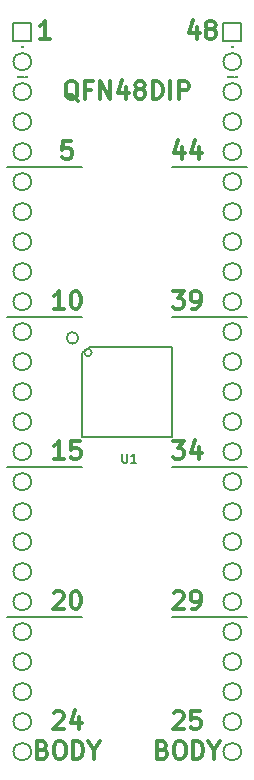
<source format=gto>
G04 (created by PCBNEW (2013-03-31 BZR 4008)-stable) date 8/2/2013 1:38:20 PM*
%MOIN*%
G04 Gerber Fmt 3.4, Leading zero omitted, Abs format*
%FSLAX34Y34*%
G01*
G70*
G90*
G04 APERTURE LIST*
%ADD10C,0.006*%
%ADD11C,0.011811*%
%ADD12C,0.00787402*%
%ADD13C,0.00590551*%
%ADD14C,0.005*%
%ADD15C,3.93701e-006*%
G04 APERTURE END LIST*
G54D10*
G54D11*
X12918Y-9239D02*
X12581Y-9239D01*
X12750Y-9239D02*
X12750Y-8648D01*
X12693Y-8732D01*
X12637Y-8789D01*
X12581Y-8817D01*
X17831Y-8845D02*
X17831Y-9239D01*
X17690Y-8620D02*
X17550Y-9042D01*
X17915Y-9042D01*
X18224Y-8901D02*
X18168Y-8873D01*
X18140Y-8845D01*
X18112Y-8789D01*
X18112Y-8760D01*
X18140Y-8704D01*
X18168Y-8676D01*
X18224Y-8648D01*
X18337Y-8648D01*
X18393Y-8676D01*
X18421Y-8704D01*
X18449Y-8760D01*
X18449Y-8789D01*
X18421Y-8845D01*
X18393Y-8873D01*
X18337Y-8901D01*
X18224Y-8901D01*
X18168Y-8929D01*
X18140Y-8957D01*
X18112Y-9014D01*
X18112Y-9126D01*
X18140Y-9182D01*
X18168Y-9210D01*
X18224Y-9239D01*
X18337Y-9239D01*
X18393Y-9210D01*
X18421Y-9182D01*
X18449Y-9126D01*
X18449Y-9014D01*
X18421Y-8957D01*
X18393Y-8929D01*
X18337Y-8901D01*
X17331Y-12845D02*
X17331Y-13239D01*
X17190Y-12620D02*
X17050Y-13042D01*
X17415Y-13042D01*
X17893Y-12845D02*
X17893Y-13239D01*
X17753Y-12620D02*
X17612Y-13042D01*
X17978Y-13042D01*
X17021Y-17648D02*
X17387Y-17648D01*
X17190Y-17873D01*
X17275Y-17873D01*
X17331Y-17901D01*
X17359Y-17929D01*
X17387Y-17985D01*
X17387Y-18126D01*
X17359Y-18182D01*
X17331Y-18210D01*
X17275Y-18239D01*
X17106Y-18239D01*
X17050Y-18210D01*
X17021Y-18182D01*
X17668Y-18239D02*
X17781Y-18239D01*
X17837Y-18210D01*
X17865Y-18182D01*
X17921Y-18098D01*
X17949Y-17985D01*
X17949Y-17760D01*
X17921Y-17704D01*
X17893Y-17676D01*
X17837Y-17648D01*
X17724Y-17648D01*
X17668Y-17676D01*
X17640Y-17704D01*
X17612Y-17760D01*
X17612Y-17901D01*
X17640Y-17957D01*
X17668Y-17985D01*
X17724Y-18014D01*
X17837Y-18014D01*
X17893Y-17985D01*
X17921Y-17957D01*
X17949Y-17901D01*
X17021Y-22648D02*
X17387Y-22648D01*
X17190Y-22873D01*
X17275Y-22873D01*
X17331Y-22901D01*
X17359Y-22929D01*
X17387Y-22985D01*
X17387Y-23126D01*
X17359Y-23182D01*
X17331Y-23210D01*
X17275Y-23239D01*
X17106Y-23239D01*
X17050Y-23210D01*
X17021Y-23182D01*
X17893Y-22845D02*
X17893Y-23239D01*
X17753Y-22620D02*
X17612Y-23042D01*
X17978Y-23042D01*
X17050Y-27704D02*
X17078Y-27676D01*
X17134Y-27648D01*
X17275Y-27648D01*
X17331Y-27676D01*
X17359Y-27704D01*
X17387Y-27760D01*
X17387Y-27817D01*
X17359Y-27901D01*
X17021Y-28239D01*
X17387Y-28239D01*
X17668Y-28239D02*
X17781Y-28239D01*
X17837Y-28210D01*
X17865Y-28182D01*
X17921Y-28098D01*
X17949Y-27985D01*
X17949Y-27760D01*
X17921Y-27704D01*
X17893Y-27676D01*
X17837Y-27648D01*
X17724Y-27648D01*
X17668Y-27676D01*
X17640Y-27704D01*
X17612Y-27760D01*
X17612Y-27901D01*
X17640Y-27957D01*
X17668Y-27985D01*
X17724Y-28014D01*
X17837Y-28014D01*
X17893Y-27985D01*
X17921Y-27957D01*
X17949Y-27901D01*
X17050Y-31704D02*
X17078Y-31676D01*
X17134Y-31648D01*
X17275Y-31648D01*
X17331Y-31676D01*
X17359Y-31704D01*
X17387Y-31760D01*
X17387Y-31817D01*
X17359Y-31901D01*
X17021Y-32239D01*
X17387Y-32239D01*
X17921Y-31648D02*
X17640Y-31648D01*
X17612Y-31929D01*
X17640Y-31901D01*
X17696Y-31873D01*
X17837Y-31873D01*
X17893Y-31901D01*
X17921Y-31929D01*
X17949Y-31985D01*
X17949Y-32126D01*
X17921Y-32182D01*
X17893Y-32210D01*
X17837Y-32239D01*
X17696Y-32239D01*
X17640Y-32210D01*
X17612Y-32182D01*
X16684Y-32929D02*
X16768Y-32957D01*
X16796Y-32985D01*
X16825Y-33042D01*
X16825Y-33126D01*
X16796Y-33182D01*
X16768Y-33210D01*
X16712Y-33239D01*
X16487Y-33239D01*
X16487Y-32648D01*
X16684Y-32648D01*
X16740Y-32676D01*
X16768Y-32704D01*
X16796Y-32760D01*
X16796Y-32817D01*
X16768Y-32873D01*
X16740Y-32901D01*
X16684Y-32929D01*
X16487Y-32929D01*
X17190Y-32648D02*
X17303Y-32648D01*
X17359Y-32676D01*
X17415Y-32732D01*
X17443Y-32845D01*
X17443Y-33042D01*
X17415Y-33154D01*
X17359Y-33210D01*
X17303Y-33239D01*
X17190Y-33239D01*
X17134Y-33210D01*
X17078Y-33154D01*
X17050Y-33042D01*
X17050Y-32845D01*
X17078Y-32732D01*
X17134Y-32676D01*
X17190Y-32648D01*
X17696Y-33239D02*
X17696Y-32648D01*
X17837Y-32648D01*
X17921Y-32676D01*
X17978Y-32732D01*
X18006Y-32789D01*
X18034Y-32901D01*
X18034Y-32985D01*
X18006Y-33098D01*
X17978Y-33154D01*
X17921Y-33210D01*
X17837Y-33239D01*
X17696Y-33239D01*
X18399Y-32957D02*
X18399Y-33239D01*
X18203Y-32648D02*
X18399Y-32957D01*
X18596Y-32648D01*
X12684Y-32929D02*
X12768Y-32957D01*
X12796Y-32985D01*
X12825Y-33042D01*
X12825Y-33126D01*
X12796Y-33182D01*
X12768Y-33210D01*
X12712Y-33239D01*
X12487Y-33239D01*
X12487Y-32648D01*
X12684Y-32648D01*
X12740Y-32676D01*
X12768Y-32704D01*
X12796Y-32760D01*
X12796Y-32817D01*
X12768Y-32873D01*
X12740Y-32901D01*
X12684Y-32929D01*
X12487Y-32929D01*
X13190Y-32648D02*
X13303Y-32648D01*
X13359Y-32676D01*
X13415Y-32732D01*
X13443Y-32845D01*
X13443Y-33042D01*
X13415Y-33154D01*
X13359Y-33210D01*
X13303Y-33239D01*
X13190Y-33239D01*
X13134Y-33210D01*
X13078Y-33154D01*
X13050Y-33042D01*
X13050Y-32845D01*
X13078Y-32732D01*
X13134Y-32676D01*
X13190Y-32648D01*
X13696Y-33239D02*
X13696Y-32648D01*
X13837Y-32648D01*
X13921Y-32676D01*
X13978Y-32732D01*
X14006Y-32789D01*
X14034Y-32901D01*
X14034Y-32985D01*
X14006Y-33098D01*
X13978Y-33154D01*
X13921Y-33210D01*
X13837Y-33239D01*
X13696Y-33239D01*
X14399Y-32957D02*
X14399Y-33239D01*
X14203Y-32648D02*
X14399Y-32957D01*
X14596Y-32648D01*
X13050Y-31704D02*
X13078Y-31676D01*
X13134Y-31648D01*
X13275Y-31648D01*
X13331Y-31676D01*
X13359Y-31704D01*
X13387Y-31760D01*
X13387Y-31817D01*
X13359Y-31901D01*
X13021Y-32239D01*
X13387Y-32239D01*
X13893Y-31845D02*
X13893Y-32239D01*
X13753Y-31620D02*
X13612Y-32042D01*
X13978Y-32042D01*
X13050Y-27704D02*
X13078Y-27676D01*
X13134Y-27648D01*
X13275Y-27648D01*
X13331Y-27676D01*
X13359Y-27704D01*
X13387Y-27760D01*
X13387Y-27817D01*
X13359Y-27901D01*
X13021Y-28239D01*
X13387Y-28239D01*
X13753Y-27648D02*
X13809Y-27648D01*
X13865Y-27676D01*
X13893Y-27704D01*
X13921Y-27760D01*
X13949Y-27873D01*
X13949Y-28014D01*
X13921Y-28126D01*
X13893Y-28182D01*
X13865Y-28210D01*
X13809Y-28239D01*
X13753Y-28239D01*
X13696Y-28210D01*
X13668Y-28182D01*
X13640Y-28126D01*
X13612Y-28014D01*
X13612Y-27873D01*
X13640Y-27760D01*
X13668Y-27704D01*
X13696Y-27676D01*
X13753Y-27648D01*
X13387Y-23239D02*
X13050Y-23239D01*
X13218Y-23239D02*
X13218Y-22648D01*
X13162Y-22732D01*
X13106Y-22789D01*
X13050Y-22817D01*
X13921Y-22648D02*
X13640Y-22648D01*
X13612Y-22929D01*
X13640Y-22901D01*
X13696Y-22873D01*
X13837Y-22873D01*
X13893Y-22901D01*
X13921Y-22929D01*
X13949Y-22985D01*
X13949Y-23126D01*
X13921Y-23182D01*
X13893Y-23210D01*
X13837Y-23239D01*
X13696Y-23239D01*
X13640Y-23210D01*
X13612Y-23182D01*
X13387Y-18239D02*
X13050Y-18239D01*
X13218Y-18239D02*
X13218Y-17648D01*
X13162Y-17732D01*
X13106Y-17789D01*
X13050Y-17817D01*
X13753Y-17648D02*
X13809Y-17648D01*
X13865Y-17676D01*
X13893Y-17704D01*
X13921Y-17760D01*
X13949Y-17873D01*
X13949Y-18014D01*
X13921Y-18126D01*
X13893Y-18182D01*
X13865Y-18210D01*
X13809Y-18239D01*
X13753Y-18239D01*
X13696Y-18210D01*
X13668Y-18182D01*
X13640Y-18126D01*
X13612Y-18014D01*
X13612Y-17873D01*
X13640Y-17760D01*
X13668Y-17704D01*
X13696Y-17676D01*
X13753Y-17648D01*
X13640Y-12648D02*
X13359Y-12648D01*
X13331Y-12929D01*
X13359Y-12901D01*
X13415Y-12873D01*
X13556Y-12873D01*
X13612Y-12901D01*
X13640Y-12929D01*
X13668Y-12985D01*
X13668Y-13126D01*
X13640Y-13182D01*
X13612Y-13210D01*
X13556Y-13239D01*
X13415Y-13239D01*
X13359Y-13210D01*
X13331Y-13182D01*
X13868Y-11295D02*
X13812Y-11267D01*
X13756Y-11210D01*
X13672Y-11126D01*
X13615Y-11098D01*
X13559Y-11098D01*
X13587Y-11239D02*
X13531Y-11210D01*
X13475Y-11154D01*
X13447Y-11042D01*
X13447Y-10845D01*
X13475Y-10732D01*
X13531Y-10676D01*
X13587Y-10648D01*
X13700Y-10648D01*
X13756Y-10676D01*
X13812Y-10732D01*
X13840Y-10845D01*
X13840Y-11042D01*
X13812Y-11154D01*
X13756Y-11210D01*
X13700Y-11239D01*
X13587Y-11239D01*
X14290Y-10929D02*
X14093Y-10929D01*
X14093Y-11239D02*
X14093Y-10648D01*
X14375Y-10648D01*
X14600Y-11239D02*
X14600Y-10648D01*
X14937Y-11239D01*
X14937Y-10648D01*
X15471Y-10845D02*
X15471Y-11239D01*
X15331Y-10620D02*
X15190Y-11042D01*
X15556Y-11042D01*
X15865Y-10901D02*
X15809Y-10873D01*
X15781Y-10845D01*
X15753Y-10789D01*
X15753Y-10760D01*
X15781Y-10704D01*
X15809Y-10676D01*
X15865Y-10648D01*
X15978Y-10648D01*
X16034Y-10676D01*
X16062Y-10704D01*
X16090Y-10760D01*
X16090Y-10789D01*
X16062Y-10845D01*
X16034Y-10873D01*
X15978Y-10901D01*
X15865Y-10901D01*
X15809Y-10929D01*
X15781Y-10957D01*
X15753Y-11014D01*
X15753Y-11126D01*
X15781Y-11182D01*
X15809Y-11210D01*
X15865Y-11239D01*
X15978Y-11239D01*
X16034Y-11210D01*
X16062Y-11182D01*
X16090Y-11126D01*
X16090Y-11014D01*
X16062Y-10957D01*
X16034Y-10929D01*
X15978Y-10901D01*
X16343Y-11239D02*
X16343Y-10648D01*
X16484Y-10648D01*
X16568Y-10676D01*
X16624Y-10732D01*
X16652Y-10789D01*
X16681Y-10901D01*
X16681Y-10985D01*
X16652Y-11098D01*
X16624Y-11154D01*
X16568Y-11210D01*
X16484Y-11239D01*
X16343Y-11239D01*
X16934Y-11239D02*
X16934Y-10648D01*
X17215Y-11239D02*
X17215Y-10648D01*
X17440Y-10648D01*
X17496Y-10676D01*
X17524Y-10704D01*
X17552Y-10760D01*
X17552Y-10845D01*
X17524Y-10901D01*
X17496Y-10929D01*
X17440Y-10957D01*
X17215Y-10957D01*
G54D12*
X19500Y-13500D02*
X17000Y-13500D01*
X19500Y-18500D02*
X17000Y-18500D01*
X19500Y-23500D02*
X17000Y-23500D01*
X19500Y-28500D02*
X17000Y-28500D01*
X11500Y-28500D02*
X14000Y-28500D01*
X11500Y-23500D02*
X14000Y-23500D01*
X11500Y-18500D02*
X14000Y-18500D01*
X11500Y-13500D02*
X14000Y-13500D01*
G54D13*
X13864Y-19208D02*
G75*
G03X13864Y-19208I-194J0D01*
G74*
G01*
G54D14*
X14350Y-19500D02*
X14250Y-19500D01*
X14250Y-19500D02*
X14000Y-19700D01*
X14000Y-19700D02*
X14000Y-19850D01*
X14350Y-19500D02*
X17000Y-19500D01*
X17000Y-19500D02*
X17000Y-22500D01*
X17000Y-22500D02*
X14000Y-22500D01*
X14000Y-22500D02*
X14000Y-19850D01*
X14314Y-19697D02*
G75*
G03X14314Y-19697I-125J0D01*
G74*
G01*
G54D10*
X11705Y-8705D02*
X11705Y-9294D01*
X12294Y-9294D01*
X12294Y-8705D01*
X11705Y-8705D01*
X12294Y-10000D02*
G75*
G03X12294Y-10000I-294J0D01*
G74*
G01*
X12294Y-11000D02*
G75*
G03X12294Y-11000I-294J0D01*
G74*
G01*
X12294Y-12000D02*
G75*
G03X12294Y-12000I-294J0D01*
G74*
G01*
X12294Y-13000D02*
G75*
G03X12294Y-13000I-294J0D01*
G74*
G01*
X12294Y-14000D02*
G75*
G03X12294Y-14000I-294J0D01*
G74*
G01*
X12294Y-15000D02*
G75*
G03X12294Y-15000I-294J0D01*
G74*
G01*
X12294Y-16000D02*
G75*
G03X12294Y-16000I-294J0D01*
G74*
G01*
X12294Y-17000D02*
G75*
G03X12294Y-17000I-294J0D01*
G74*
G01*
X12294Y-18000D02*
G75*
G03X12294Y-18000I-294J0D01*
G74*
G01*
X12294Y-19000D02*
G75*
G03X12294Y-19000I-294J0D01*
G74*
G01*
X12294Y-20000D02*
G75*
G03X12294Y-20000I-294J0D01*
G74*
G01*
X12294Y-21000D02*
G75*
G03X12294Y-21000I-294J0D01*
G74*
G01*
X12294Y-22000D02*
G75*
G03X12294Y-22000I-294J0D01*
G74*
G01*
X12294Y-23000D02*
G75*
G03X12294Y-23000I-294J0D01*
G74*
G01*
X12294Y-24000D02*
G75*
G03X12294Y-24000I-294J0D01*
G74*
G01*
X12294Y-25000D02*
G75*
G03X12294Y-25000I-294J0D01*
G74*
G01*
X12294Y-26000D02*
G75*
G03X12294Y-26000I-294J0D01*
G74*
G01*
X12294Y-27000D02*
G75*
G03X12294Y-27000I-294J0D01*
G74*
G01*
X12294Y-28000D02*
G75*
G03X12294Y-28000I-294J0D01*
G74*
G01*
X12294Y-29000D02*
G75*
G03X12294Y-29000I-294J0D01*
G74*
G01*
X12294Y-30000D02*
G75*
G03X12294Y-30000I-294J0D01*
G74*
G01*
X12294Y-31000D02*
G75*
G03X12294Y-31000I-294J0D01*
G74*
G01*
X12294Y-32000D02*
G75*
G03X12294Y-32000I-294J0D01*
G74*
G01*
X12294Y-33000D02*
G75*
G03X12294Y-33000I-294J0D01*
G74*
G01*
X18705Y-8705D02*
X18705Y-9294D01*
X19294Y-9294D01*
X19294Y-8705D01*
X18705Y-8705D01*
X19294Y-10000D02*
G75*
G03X19294Y-10000I-294J0D01*
G74*
G01*
X19294Y-11000D02*
G75*
G03X19294Y-11000I-294J0D01*
G74*
G01*
X19294Y-12000D02*
G75*
G03X19294Y-12000I-294J0D01*
G74*
G01*
X19294Y-13000D02*
G75*
G03X19294Y-13000I-294J0D01*
G74*
G01*
X19294Y-14000D02*
G75*
G03X19294Y-14000I-294J0D01*
G74*
G01*
X19294Y-15000D02*
G75*
G03X19294Y-15000I-294J0D01*
G74*
G01*
X19294Y-16000D02*
G75*
G03X19294Y-16000I-294J0D01*
G74*
G01*
X19294Y-17000D02*
G75*
G03X19294Y-17000I-294J0D01*
G74*
G01*
X19294Y-18000D02*
G75*
G03X19294Y-18000I-294J0D01*
G74*
G01*
X19294Y-19000D02*
G75*
G03X19294Y-19000I-294J0D01*
G74*
G01*
X19294Y-20000D02*
G75*
G03X19294Y-20000I-294J0D01*
G74*
G01*
X19294Y-21000D02*
G75*
G03X19294Y-21000I-294J0D01*
G74*
G01*
X19294Y-22000D02*
G75*
G03X19294Y-22000I-294J0D01*
G74*
G01*
X19294Y-23000D02*
G75*
G03X19294Y-23000I-294J0D01*
G74*
G01*
X19294Y-24000D02*
G75*
G03X19294Y-24000I-294J0D01*
G74*
G01*
X19294Y-25000D02*
G75*
G03X19294Y-25000I-294J0D01*
G74*
G01*
X19294Y-26000D02*
G75*
G03X19294Y-26000I-294J0D01*
G74*
G01*
X19294Y-27000D02*
G75*
G03X19294Y-27000I-294J0D01*
G74*
G01*
X19294Y-28000D02*
G75*
G03X19294Y-28000I-294J0D01*
G74*
G01*
X19294Y-29000D02*
G75*
G03X19294Y-29000I-294J0D01*
G74*
G01*
X19294Y-30000D02*
G75*
G03X19294Y-30000I-294J0D01*
G74*
G01*
X19294Y-31000D02*
G75*
G03X19294Y-31000I-294J0D01*
G74*
G01*
X19294Y-32000D02*
G75*
G03X19294Y-32000I-294J0D01*
G74*
G01*
X19294Y-33000D02*
G75*
G03X19294Y-33000I-294J0D01*
G74*
G01*
G54D14*
X15330Y-23065D02*
X15330Y-23308D01*
X15344Y-23336D01*
X15359Y-23351D01*
X15387Y-23365D01*
X15444Y-23365D01*
X15473Y-23351D01*
X15487Y-23336D01*
X15501Y-23308D01*
X15501Y-23065D01*
X15801Y-23365D02*
X15630Y-23365D01*
X15716Y-23365D02*
X15716Y-23065D01*
X15687Y-23108D01*
X15659Y-23136D01*
X15630Y-23151D01*
G54D15*
X11963Y-9520D02*
X11963Y-9470D01*
X11982Y-9470D01*
X11986Y-9472D01*
X11989Y-9475D01*
X11991Y-9479D01*
X11991Y-9486D01*
X11989Y-9491D01*
X11986Y-9494D01*
X11982Y-9496D01*
X11963Y-9496D01*
X12039Y-9520D02*
X12010Y-9520D01*
X12025Y-9520D02*
X12025Y-9470D01*
X12020Y-9477D01*
X12015Y-9482D01*
X12010Y-9484D01*
X11870Y-10515D02*
X11867Y-10517D01*
X11860Y-10520D01*
X11855Y-10520D01*
X11848Y-10517D01*
X11844Y-10513D01*
X11841Y-10508D01*
X11839Y-10498D01*
X11839Y-10491D01*
X11841Y-10482D01*
X11844Y-10477D01*
X11848Y-10472D01*
X11855Y-10470D01*
X11860Y-10470D01*
X11867Y-10472D01*
X11870Y-10475D01*
X11901Y-10470D02*
X11910Y-10470D01*
X11915Y-10472D01*
X11920Y-10477D01*
X11922Y-10486D01*
X11922Y-10503D01*
X11920Y-10513D01*
X11915Y-10517D01*
X11910Y-10520D01*
X11901Y-10520D01*
X11896Y-10517D01*
X11891Y-10513D01*
X11889Y-10503D01*
X11889Y-10486D01*
X11891Y-10477D01*
X11896Y-10472D01*
X11901Y-10470D01*
X11944Y-10520D02*
X11944Y-10470D01*
X11972Y-10520D01*
X11972Y-10470D01*
X11996Y-10520D02*
X11996Y-10470D01*
X12025Y-10520D01*
X12025Y-10470D01*
X12036Y-10525D02*
X12075Y-10525D01*
X12084Y-10475D02*
X12086Y-10472D01*
X12091Y-10470D01*
X12103Y-10470D01*
X12108Y-10472D01*
X12110Y-10475D01*
X12113Y-10479D01*
X12113Y-10484D01*
X12110Y-10491D01*
X12082Y-10520D01*
X12113Y-10520D01*
X12158Y-10470D02*
X12134Y-10470D01*
X12132Y-10494D01*
X12134Y-10491D01*
X12139Y-10489D01*
X12151Y-10489D01*
X12155Y-10491D01*
X12158Y-10494D01*
X12160Y-10498D01*
X12160Y-10510D01*
X12158Y-10515D01*
X12155Y-10517D01*
X12151Y-10520D01*
X12139Y-10520D01*
X12134Y-10517D01*
X12132Y-10515D01*
X18963Y-9520D02*
X18963Y-9470D01*
X18982Y-9470D01*
X18986Y-9472D01*
X18989Y-9475D01*
X18991Y-9479D01*
X18991Y-9486D01*
X18989Y-9491D01*
X18986Y-9494D01*
X18982Y-9496D01*
X18963Y-9496D01*
X19010Y-9475D02*
X19013Y-9472D01*
X19017Y-9470D01*
X19029Y-9470D01*
X19034Y-9472D01*
X19036Y-9475D01*
X19039Y-9479D01*
X19039Y-9484D01*
X19036Y-9491D01*
X19008Y-9520D01*
X19039Y-9520D01*
X18870Y-10515D02*
X18867Y-10517D01*
X18860Y-10520D01*
X18855Y-10520D01*
X18848Y-10517D01*
X18844Y-10513D01*
X18841Y-10508D01*
X18839Y-10498D01*
X18839Y-10491D01*
X18841Y-10482D01*
X18844Y-10477D01*
X18848Y-10472D01*
X18855Y-10470D01*
X18860Y-10470D01*
X18867Y-10472D01*
X18870Y-10475D01*
X18901Y-10470D02*
X18910Y-10470D01*
X18915Y-10472D01*
X18920Y-10477D01*
X18922Y-10486D01*
X18922Y-10503D01*
X18920Y-10513D01*
X18915Y-10517D01*
X18910Y-10520D01*
X18901Y-10520D01*
X18896Y-10517D01*
X18891Y-10513D01*
X18889Y-10503D01*
X18889Y-10486D01*
X18891Y-10477D01*
X18896Y-10472D01*
X18901Y-10470D01*
X18944Y-10520D02*
X18944Y-10470D01*
X18972Y-10520D01*
X18972Y-10470D01*
X18996Y-10520D02*
X18996Y-10470D01*
X19025Y-10520D01*
X19025Y-10470D01*
X19036Y-10525D02*
X19075Y-10525D01*
X19084Y-10475D02*
X19086Y-10472D01*
X19091Y-10470D01*
X19103Y-10470D01*
X19108Y-10472D01*
X19110Y-10475D01*
X19113Y-10479D01*
X19113Y-10484D01*
X19110Y-10491D01*
X19082Y-10520D01*
X19113Y-10520D01*
X19158Y-10470D02*
X19134Y-10470D01*
X19132Y-10494D01*
X19134Y-10491D01*
X19139Y-10489D01*
X19151Y-10489D01*
X19155Y-10491D01*
X19158Y-10494D01*
X19160Y-10498D01*
X19160Y-10510D01*
X19158Y-10515D01*
X19155Y-10517D01*
X19151Y-10520D01*
X19139Y-10520D01*
X19134Y-10517D01*
X19132Y-10515D01*
M02*

</source>
